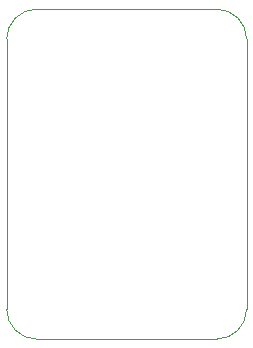
<source format=gbr>
%TF.GenerationSoftware,KiCad,Pcbnew,(6.0.0-0)*%
%TF.CreationDate,2022-02-05T19:10:17-08:00*%
%TF.ProjectId,w2rf004rm-breakout,77327266-3030-4347-926d-2d627265616b,v1*%
%TF.SameCoordinates,Original*%
%TF.FileFunction,Profile,NP*%
%FSLAX46Y46*%
G04 Gerber Fmt 4.6, Leading zero omitted, Abs format (unit mm)*
G04 Created by KiCad (PCBNEW (6.0.0-0)) date 2022-02-05 19:10:17*
%MOMM*%
%LPD*%
G01*
G04 APERTURE LIST*
%TA.AperFunction,Profile*%
%ADD10C,0.100000*%
%TD*%
G04 APERTURE END LIST*
D10*
X139700000Y-109220000D02*
X154940000Y-109220000D01*
X137160000Y-83820000D02*
X137160000Y-106680000D01*
X154940000Y-81280000D02*
X139700000Y-81280000D01*
X157480000Y-106680000D02*
X157480000Y-83820000D01*
X139700000Y-81280000D02*
G75*
G03*
X137160000Y-83820000I0J-2540000D01*
G01*
X137160000Y-106680000D02*
G75*
G03*
X139700000Y-109220000I2540000J0D01*
G01*
X154940000Y-109220000D02*
G75*
G03*
X157480000Y-106680000I0J2540000D01*
G01*
X157480000Y-83820000D02*
G75*
G03*
X154940000Y-81280000I-2540000J0D01*
G01*
M02*

</source>
